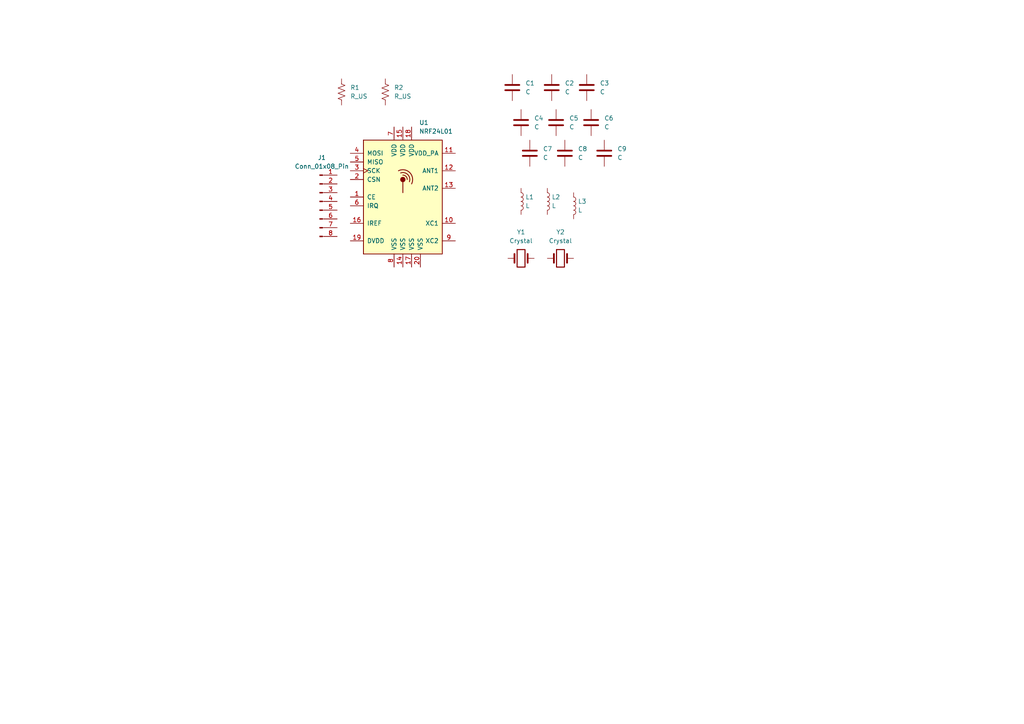
<source format=kicad_sch>
(kicad_sch (version 20231120) (generator "eeschema") (generator_version "8.0")
  (paper "A4")
  (lib_symbols
    (symbol "Connector:Conn_01x08_Pin" (pin_names (offset 1.016) hide)
      (property "Reference" "J" (at 0 10.16 0))
      (property "Value" "Conn_01x08_Pin" (at 0 -12.7 0))
      (symbol "Conn_01x08_Pin_1_1"
        (polyline (pts (xy 1.27 -10.16) (xy 0.8636 -10.16)) (stroke (width 0.1524)))
        (polyline (pts (xy 1.27 -7.62) (xy 0.8636 -7.62)) (stroke (width 0.1524)))
        (polyline (pts (xy 1.27 -5.08) (xy 0.8636 -5.08)) (stroke (width 0.1524)))
        (polyline (pts (xy 1.27 -2.54) (xy 0.8636 -2.54)) (stroke (width 0.1524)))
        (polyline (pts (xy 1.27 0) (xy 0.8636 0)) (stroke (width 0.1524)))
        (polyline (pts (xy 1.27 2.54) (xy 0.8636 2.54)) (stroke (width 0.1524)))
        (polyline (pts (xy 1.27 5.08) (xy 0.8636 5.08)) (stroke (width 0.1524)))
        (polyline (pts (xy 1.27 7.62) (xy 0.8636 7.62)) (stroke (width 0.1524)))
        (rectangle (start 0.8636 -10.033) (end 0 -10.287) (stroke (width 0.1524)) (fill (type outline)))
        (rectangle (start 0.8636 -7.493) (end 0 -7.747) (stroke (width 0.1524)) (fill (type outline)))
        (rectangle (start 0.8636 -4.953) (end 0 -5.207) (stroke (width 0.1524)) (fill (type outline)))
        (rectangle (start 0.8636 -2.413) (end 0 -2.667) (stroke (width 0.1524)) (fill (type outline)))
        (rectangle (start 0.8636 0.127) (end 0 -0.127) (stroke (width 0.1524)) (fill (type outline)))
        (rectangle (start 0.8636 2.667) (end 0 2.413) (stroke (width 0.1524)) (fill (type outline)))
        (rectangle (start 0.8636 5.207) (end 0 4.953) (stroke (width 0.1524)) (fill (type outline)))
        (rectangle (start 0.8636 7.747) (end 0 7.493) (stroke (width 0.1524)) (fill (type outline)))
        (pin passive line (at 5.08 7.62 180) (length 3.81) (name "Pin_1") (number "1"))
        (pin passive line (at 5.08 5.08 180) (length 3.81) (name "Pin_2") (number "2"))
        (pin passive line (at 5.08 2.54 180) (length 3.81) (name "Pin_3") (number "3"))
        (pin passive line (at 5.08 0 180) (length 3.81) (name "Pin_4") (number "4"))
        (pin passive line (at 5.08 -2.54 180) (length 3.81) (name "Pin_5") (number "5"))
        (pin passive line (at 5.08 -5.08 180) (length 3.81) (name "Pin_6") (number "6"))
        (pin passive line (at 5.08 -7.62 180) (length 3.81) (name "Pin_7") (number "7"))
        (pin passive line (at 5.08 -10.16 180) (length 3.81) (name "Pin_8") (number "8"))
      )
    )
    (symbol "Device:C" (pin_numbers hide) (pin_names (offset 0.254))
      (property "Reference" "C" (at 0.635 2.54 0))
      (property "Value" "C" (at 0.635 -2.54 0))
      (symbol "C_0_1"
        (polyline (pts (xy -2.032 -0.762) (xy 2.032 -0.762)) (stroke (width 0.508)))
        (polyline (pts (xy -2.032 0.762) (xy 2.032 0.762)) (stroke (width 0.508)))
      )
      (symbol "C_1_1"
        (pin passive line (at 0 3.81 270) (length 2.794) (name "~") (number "1"))
        (pin passive line (at 0 -3.81 90) (length 2.794) (name "~") (number "2"))
      )
    )
    (symbol "Device:Crystal" (pin_numbers hide) (pin_names (offset 1.016) hide)
      (property "Reference" "Y" (at 0 3.81 0))
      (property "Value" "Crystal" (at 0 -3.81 0))
      (symbol "Crystal_0_1"
        (rectangle (start -1.143 2.54) (end 1.143 -2.54) (stroke (width 0.3048)))
        (polyline (pts (xy -2.54 0) (xy -1.905 0)))
        (polyline (pts (xy -1.905 -1.27) (xy -1.905 1.27)) (stroke (width 0.508)))
        (polyline (pts (xy 1.905 -1.27) (xy 1.905 1.27)) (stroke (width 0.508)))
        (polyline (pts (xy 2.54 0) (xy 1.905 0)))
      )
      (symbol "Crystal_1_1"
        (pin passive line (at -3.81 0 0) (length 1.27) (name "1") (number "1"))
        (pin passive line (at 3.81 0 180) (length 1.27) (name "2") (number "2"))
      )
    )
    (symbol "Device:L" (pin_numbers hide) (pin_names (offset 1.016) hide)
      (property "Reference" "L" (at -1.27 0 90))
      (property "Value" "L" (at 1.905 0 90))
      (symbol "L_0_1"
        (arc (start 0 -2.54) (mid 0.6323 -1.905) (end 0 -1.27))
        (arc (start 0 -1.27) (mid 0.6323 -0.635) (end 0 0))
        (arc (start 0 0) (mid 0.6323 0.635) (end 0 1.27))
        (arc (start 0 1.27) (mid 0.6323 1.905) (end 0 2.54))
      )
      (symbol "L_1_1"
        (pin passive line (at 0 3.81 270) (length 1.27) (name "1") (number "1"))
        (pin passive line (at 0 -3.81 90) (length 1.27) (name "2") (number "2"))
      )
    )
    (symbol "Device:R_US" (pin_numbers hide) (pin_names (offset 0))
      (property "Reference" "R" (at 2.54 0 90))
      (property "Value" "R_US" (at -2.54 0 90))
      (symbol "R_US_0_1"
        (polyline (pts (xy 0 -2.286) (xy 0 -2.54)))
        (polyline (pts (xy 0 2.286) (xy 0 2.54)))
        (polyline (pts (xy 0 -0.762) (xy 1.016 -1.143) (xy 0 -1.524) (xy -1.016 -1.905) (xy 0 -2.286)))
        (polyline (pts (xy 0 0.762) (xy 1.016 0.381) (xy 0 0) (xy -1.016 -0.381) (xy 0 -0.762)))
        (polyline (pts (xy 0 2.286) (xy 1.016 1.905) (xy 0 1.524) (xy -1.016 1.143) (xy 0 0.762)))
      )
      (symbol "R_US_1_1"
        (pin passive line (at 0 3.81 270) (length 1.27) (name "~") (number "1"))
        (pin passive line (at 0 -3.81 90) (length 1.27) (name "~") (number "2"))
      )
    )
    (symbol "RF:NRF24L01" (pin_names (offset 1.016))
      (property "Reference" "U" (at -11.43 17.78 0))
      (property "Value" "NRF24L01" (at 5.08 17.78 0))
      (symbol "NRF24L01_0_1"
        (rectangle (start -11.43 16.51) (end 11.43 -16.51) (stroke (width 0.254)) (fill (type background)))
        (polyline (pts (xy 0 4.445) (xy 0 1.27)) (stroke (width 0.254)))
        (circle (center 0 5.08) (radius 0.635) (stroke (width 0.254)) (fill (type outline)))
        (arc (start 1.27 5.08) (mid 0.9071 5.9946) (end 0 6.35) (stroke (width 0.254)))
        (arc (start 1.905 4.445) (mid 1.4313 6.5254) (end -0.635 6.985) (stroke (width 0.254)))
        (arc (start 2.54 3.81) (mid 2.008 7.088) (end -1.27 7.62) (stroke (width 0.254)))
        (rectangle (start 11.43 -13.97) (end 11.43 -13.97))
      )
      (symbol "NRF24L01_1_1"
        (pin input line (at -15.24 0 0) (length 3.81) (name "CE") (number "1"))
        (pin passive line (at 15.24 -7.62 180) (length 3.81) (name "XC1") (number "10"))
        (pin power_out line (at 15.24 12.7 180) (length 3.81) (name "VDD_PA") (number "11"))
        (pin passive line (at 15.24 7.62 180) (length 3.81) (name "ANT1") (number "12"))
        (pin passive line (at 15.24 2.54 180) (length 3.81) (name "ANT2") (number "13"))
        (pin power_in line (at 0 -20.32 90) (length 3.81) (name "VSS") (number "14"))
        (pin power_in line (at 0 20.32 270) (length 3.81) (name "VDD") (number "15"))
        (pin passive line (at -15.24 -7.62 0) (length 3.81) (name "IREF") (number "16"))
        (pin power_in line (at 2.54 -20.32 90) (length 3.81) (name "VSS") (number "17"))
        (pin power_in line (at 2.54 20.32 270) (length 3.81) (name "VDD") (number "18"))
        (pin power_out line (at -15.24 -12.7 0) (length 3.81) (name "DVDD") (number "19"))
        (pin input line (at -15.24 5.08 0) (length 3.81) (name "CSN") (number "2"))
        (pin power_in line (at 5.08 -20.32 90) (length 3.81) (name "VSS") (number "20"))
        (pin input clock (at -15.24 7.62 0) (length 3.81) (name "SCK") (number "3"))
        (pin input line (at -15.24 12.7 0) (length 3.81) (name "MOSI") (number "4"))
        (pin output line (at -15.24 10.16 0) (length 3.81) (name "MISO") (number "5"))
        (pin output line (at -15.24 -2.54 0) (length 3.81) (name "IRQ") (number "6"))
        (pin power_in line (at -2.54 20.32 270) (length 3.81) (name "VDD") (number "7"))
        (pin power_in line (at -2.54 -20.32 90) (length 3.81) (name "VSS") (number "8"))
        (pin passive line (at 15.24 -12.7 180) (length 3.81) (name "XC2") (number "9"))
      )
    )
  )
  (symbol (lib_id "Device:C") (at 160.02 25.4 0) (unit 1)
    (property "Reference" "C2" (at 163.83 24.1299 0) (effects (justify left)))
    (property "Value" "C" (at 163.83 26.6699 0) (effects (justify left)))
    (property "Description" "Unpolarized capacitor" (effects (hide yes)))
  )
  (symbol (lib_id "Device:C") (at 171.45 35.56 0) (unit 1)
    (property "Reference" "C6" (at 175.26 34.2899 0) (effects (justify left)))
    (property "Value" "C" (at 175.26 36.8299 0) (effects (justify left)))
    (property "Description" "Unpolarized capacitor" (effects (hide yes)))
  )
  (symbol (lib_id "Device:C") (at 151.13 35.56 0) (unit 1)
    (property "Reference" "C4" (at 154.94 34.2899 0) (effects (justify left)))
    (property "Value" "C" (at 154.94 36.8299 0) (effects (justify left)))
    (property "Description" "Unpolarized capacitor" (effects (hide yes)))
  )
  (symbol (lib_id "Device:L") (at 166.37 59.69 0) (unit 1)
    (property "Reference" "L3" (at 167.64 58.4199 0) (effects (justify left)))
    (property "Value" "L" (at 167.64 60.9599 0) (effects (justify left)))
    (property "Description" "Inductor" (effects (hide yes)))
  )
  (symbol (lib_id "Connector:Conn_01x08_Pin") (at 92.71 58.42 0) (unit 1)
    (property "Reference" "J1" (at 93.345 45.72 0))
    (property "Value" "Conn_01x08_Pin" (at 93.345 48.26 0))
    (property "Footprint" "Connector_Hirose:Hirose_DF13-08P-1.25DSA_1x08_P1.25mm_Vertical" (effects (hide yes)))
    (property "Description" "Generic connector, single row, 01x08, script generated" (effects (hide yes)))
  )
  (symbol (lib_id "Device:Crystal") (at 151.13 74.93 0) (unit 1)
    (property "Reference" "Y1" (at 151.13 67.31 0))
    (property "Value" "Crystal" (at 151.13 69.85 0))
    (property "Footprint" "Crystal:Crystal_SMD_3215-2Pin_3.2x1.5mm" (effects (hide yes)))
    (property "Description" "Two pin crystal" (effects (hide yes)))
  )
  (symbol (lib_id "Device:C") (at 170.18 25.4 0) (unit 1)
    (property "Reference" "C3" (at 173.99 24.1299 0) (effects (justify left)))
    (property "Value" "C" (at 173.99 26.6699 0) (effects (justify left)))
    (property "Description" "Unpolarized capacitor" (effects (hide yes)))
  )
  (symbol (lib_id "RF:NRF24L01") (at 116.84 57.15 0) (unit 1)
    (property "Reference" "U1" (at 121.5741 35.56 0) (effects (justify left)))
    (property "Value" "NRF24L01" (at 121.5741 38.1 0) (effects (justify left)))
    (property "Footprint" "Package_DFN_QFN:QFN-20-1EP_4x4mm_P0.5mm_EP2.5x2.5mm" (effects (hide yes)))
    (property "Datasheet" "http://www.nordicsemi.com/eng/content/download/2730/34105/file/nRF24L01_Product_Specification_v2_0.pdf" (effects (hide yes)))
    (property "Description" "Ultra low power 2.4GHz RF Transceiver, QFN-20" (effects (hide yes)))
  )
  (symbol (lib_id "Device:Crystal") (at 162.56 74.93 0) (unit 1)
    (property "Reference" "Y2" (at 162.56 67.31 0))
    (property "Value" "Crystal" (at 162.56 69.85 0))
    (property "Description" "Two pin crystal" (effects (hide yes)))
  )
  (symbol (lib_id "Device:C") (at 153.67 44.45 0) (unit 1)
    (property "Reference" "C7" (at 157.48 43.1799 0) (effects (justify left)))
    (property "Value" "C" (at 157.48 45.7199 0) (effects (justify left)))
    (property "Description" "Unpolarized capacitor" (effects (hide yes)))
  )
  (symbol (lib_id "Device:L") (at 151.13 58.42 0) (unit 1)
    (property "Reference" "L1" (at 152.4 57.1499 0) (effects (justify left)))
    (property "Value" "L" (at 152.4 59.6899 0) (effects (justify left)))
    (property "Footprint" "Inductor_SMD:L_0201_0603Metric" (effects (hide yes)))
    (property "Description" "Inductor" (effects (hide yes)))
  )
  (symbol (lib_id "Device:C") (at 148.59 25.4 0) (unit 1)
    (property "Reference" "C1" (at 152.4 24.1299 0) (effects (justify left)))
    (property "Value" "C" (at 152.4 26.6699 0) (effects (justify left)))
    (property "Description" "Unpolarized capacitor" (effects (hide yes)))
  )
  (symbol (lib_id "Device:C") (at 163.83 44.45 0) (unit 1)
    (property "Reference" "C8" (at 167.64 43.1799 0) (effects (justify left)))
    (property "Value" "C" (at 167.64 45.7199 0) (effects (justify left)))
    (property "Description" "Unpolarized capacitor" (effects (hide yes)))
  )
  (symbol (lib_id "Device:C") (at 161.29 35.56 0) (unit 1)
    (property "Reference" "C5" (at 165.1 34.2899 0) (effects (justify left)))
    (property "Value" "C" (at 165.1 36.8299 0) (effects (justify left)))
    (property "Description" "Unpolarized capacitor" (effects (hide yes)))
  )
  (symbol (lib_id "Device:L") (at 158.75 58.42 0) (unit 1)
    (property "Reference" "L2" (at 160.02 57.1499 0) (effects (justify left)))
    (property "Value" "L" (at 160.02 59.6899 0) (effects (justify left)))
    (property "Description" "Inductor" (effects (hide yes)))
  )
  (symbol (lib_id "Device:R_US") (at 111.76 26.67 0) (unit 1)
    (property "Reference" "R2" (at 114.3 25.3999 0) (effects (justify left)))
    (property "Value" "R_US" (at 114.3 27.9399 0) (effects (justify left)))
    (property "Description" "Resistor, US symbol" (effects (hide yes)))
  )
  (symbol (lib_id "Device:R_US") (at 99.06 26.67 0) (unit 1)
    (property "Reference" "R1" (at 101.6 25.3999 0) (effects (justify left)))
    (property "Value" "R_US" (at 101.6 27.9399 0) (effects (justify left)))
    (property "Description" "Resistor, US symbol" (effects (hide yes)))
  )
  (symbol (lib_id "Device:C") (at 175.26 44.45 0) (unit 1)
    (property "Reference" "C9" (at 179.07 43.1799 0) (effects (justify left)))
    (property "Value" "C" (at 179.07 45.7199 0) (effects (justify left)))
    (property "Description" "Unpolarized capacitor" (effects (hide yes)))
  )
)
</source>
